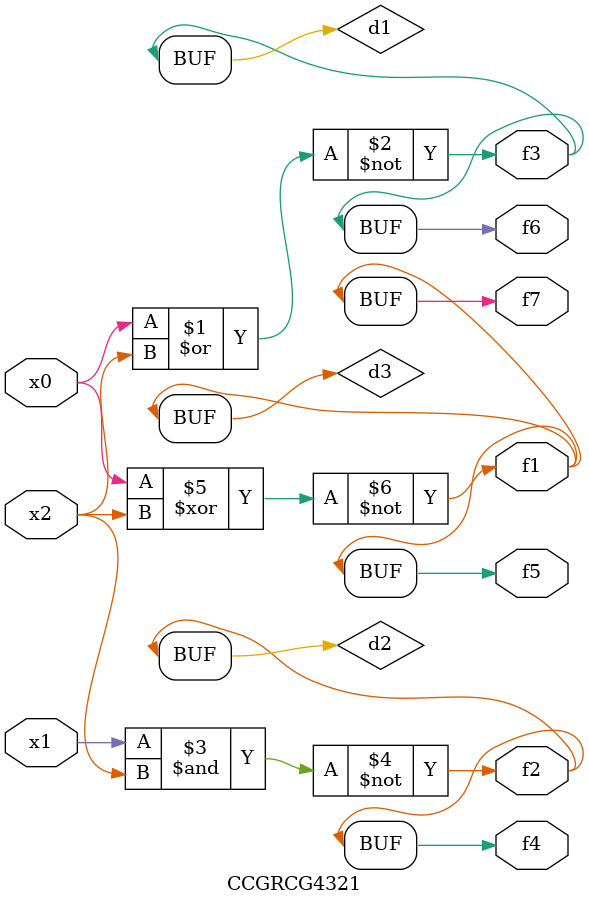
<source format=v>
module CCGRCG4321(
	input x0, x1, x2,
	output f1, f2, f3, f4, f5, f6, f7
);

	wire d1, d2, d3;

	nor (d1, x0, x2);
	nand (d2, x1, x2);
	xnor (d3, x0, x2);
	assign f1 = d3;
	assign f2 = d2;
	assign f3 = d1;
	assign f4 = d2;
	assign f5 = d3;
	assign f6 = d1;
	assign f7 = d3;
endmodule

</source>
